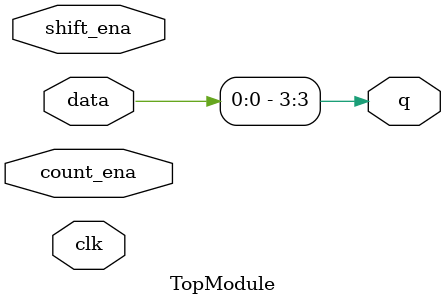
<source format=sv>

module TopModule (
  input clk,
  input shift_ena,
  input count_ena,
  input data,
  output reg [3:0] q
);
assign q[3] = data;
endmodule

</source>
